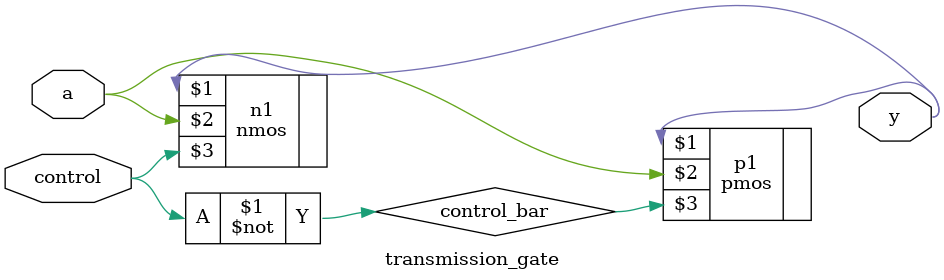
<source format=v>
module transmission_gate (a,control,y);
input a,control;
output y;
wire control_bar;
assign control_bar=~control;
nmos n1(y,a,control);
pmos p1(y,a,control_bar);
endmodule

</source>
